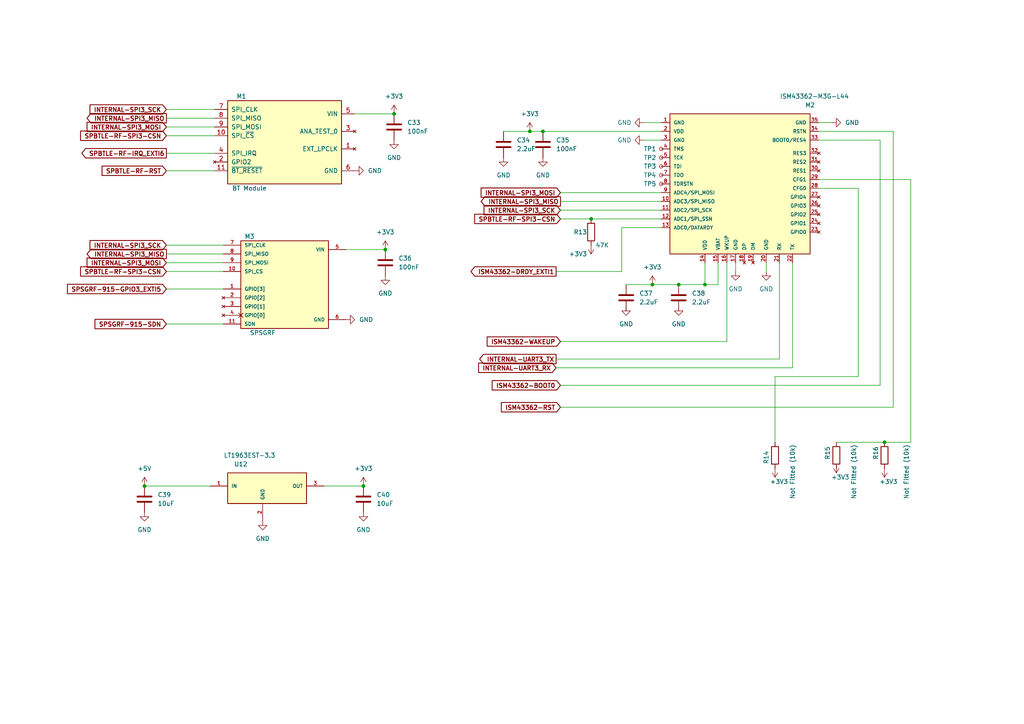
<source format=kicad_sch>
(kicad_sch (version 20211123) (generator eeschema)
  (paper "A4")
  (lib_symbols
    (symbol "+3V3_1" (power) (pin_names (offset 0))
      (property "Value" "+3V3_1" (at 0 5.08 0))
      (symbol "+3V3_1_0_1"
        (polyline (pts (xy -0.762 1.27) (xy 0 2.54)))
        (polyline (pts (xy 0 0) (xy 0 2.54)))
        (polyline (pts (xy 0 2.54) (xy 0.762 1.27)))
      )
      (symbol "+3V3_1_1_1"
        (pin power_in line (at 0 0 90) (length 0) hide (name "+3V3") (number "1"))
      )
    )
    (symbol "Connector:TestPoint_Small" (pin_numbers hide) (pin_names (offset 0.762) hide)
      (property "Reference" "TP" (at 0 3.81 0))
      (property "Value" "TestPoint_Small" (at 0 2.032 0))
      (symbol "TestPoint_Small_0_1"
        (circle (center 0 0) (radius 0.508))
      )
      (symbol "TestPoint_Small_1_1"
        (pin passive line (at 0 0 90) (length 0) (name "1") (number "1"))
      )
    )
    (symbol "Device:C" (pin_numbers hide) (pin_names (offset 0.254))
      (property "Reference" "C" (at 0.635 2.54 0))
      (property "Value" "C" (at 0.635 -2.54 0))
      (symbol "C_0_1"
        (polyline (pts (xy -2.032 -0.762) (xy 2.032 -0.762)) (stroke (width 0.508)))
        (polyline (pts (xy -2.032 0.762) (xy 2.032 0.762)) (stroke (width 0.508)))
      )
      (symbol "C_1_1"
        (pin passive line (at 0 3.81 270) (length 2.794) (name "~") (number "1"))
        (pin passive line (at 0 -3.81 90) (length 2.794) (name "~") (number "2"))
      )
    )
    (symbol "Device:R" (pin_numbers hide) (pin_names (offset 0))
      (property "Reference" "R" (at 2.032 0 90))
      (property "Value" "R" (at 0 0 90))
      (symbol "R_0_1"
        (rectangle (start -1.016 -2.54) (end 1.016 2.54) (stroke (width 0.254)))
      )
      (symbol "R_1_1"
        (pin passive line (at 0 3.81 270) (length 1.27) (name "~") (number "1"))
        (pin passive line (at 0 -3.81 90) (length 1.27) (name "~") (number "2"))
      )
    )
    (symbol "ISM43362-M3G-L44-E_C2.5.0.3_SPI:ISM43362-M3G-L44-E_C2.5.0.3_SPI" (pin_names (offset 1.016))
      (property "Reference" "U?" (at 0 30.48 0))
      (property "Value" "ISM43362-M3G-L44-E_C2.5.0.3_SPI" (at 0 27.94 0))
      (symbol "ISM43362-M3G-L44-E_C2.5.0.3_SPI_0_0"
        (rectangle (start -20.32 25.4) (end 20.32 -15.24) (stroke (width 0.254)) (fill (type background)))
        (pin power_in line (at -22.86 22.86 0) (length 2.54) (name "GND") (number "1"))
        (pin bidirectional line (at -22.86 0 0) (length 2.54) (name "ADC3/SPI_MISO") (number "10"))
        (pin bidirectional line (at -22.86 -2.54 0) (length 2.54) (name "ADC2/SPI_SCK") (number "11"))
        (pin bidirectional line (at -22.86 -5.08 0) (length 2.54) (name "ADC1/SPI_SSN") (number "12"))
        (pin bidirectional line (at -22.86 -7.62 0) (length 2.54) (name "ADC0/DATARDY") (number "13"))
        (pin power_in line (at -10.16 -17.78 90) (length 2.54) (name "VDD") (number "14"))
        (pin power_in line (at -6.35 -17.78 90) (length 2.54) (name "VBAT") (number "15"))
        (pin input line (at -3.81 -17.78 90) (length 2.54) (name "WKUP") (number "16"))
        (pin power_in line (at -1.27 -17.78 90) (length 2.54) (name "GND") (number "17"))
        (pin no_connect line (at 1.27 -17.78 90) (length 2.54) (name "DP") (number "18"))
        (pin no_connect line (at 3.81 -17.78 90) (length 2.54) (name "DM") (number "19"))
        (pin power_in line (at -22.86 20.32 0) (length 2.54) (name "VDD") (number "2"))
        (pin power_in line (at 7.62 -17.78 90) (length 2.54) (name "GND") (number "20"))
        (pin bidirectional line (at 11.43 -17.78 90) (length 2.54) (name "RX") (number "21"))
        (pin bidirectional line (at 15.24 -17.78 90) (length 2.54) (name "TX") (number "22"))
        (pin no_connect line (at 22.86 -8.89 180) (length 2.54) (name "GPIO0") (number "23"))
        (pin no_connect line (at 22.86 -6.35 180) (length 2.54) (name "GPIO1") (number "24"))
        (pin no_connect line (at 22.86 -3.81 180) (length 2.54) (name "GPIO2") (number "25"))
        (pin no_connect line (at 22.86 -1.27 180) (length 2.54) (name "GPIO3") (number "26"))
        (pin no_connect line (at 22.86 1.27 180) (length 2.54) (name "GPIO4") (number "27"))
        (pin input line (at 22.86 3.81 180) (length 2.54) (name "CFG0") (number "28"))
        (pin input line (at 22.86 6.35 180) (length 2.54) (name "CFG1") (number "29"))
        (pin power_in line (at -22.86 17.78 0) (length 2.54) (name "GND") (number "3"))
        (pin no_connect line (at 22.86 8.89 180) (length 2.54) (name "RES1") (number "30"))
        (pin no_connect line (at 22.86 11.43 180) (length 2.54) (name "RES2") (number "31"))
        (pin no_connect line (at 22.86 13.97 180) (length 2.54) (name "RES3") (number "32"))
        (pin bidirectional line (at 22.86 17.78 180) (length 2.54) (name "BOOT0/RES4") (number "33"))
        (pin input line (at 22.86 20.32 180) (length 2.54) (name "RSTN") (number "34"))
        (pin power_in line (at 22.86 22.86 180) (length 2.54) (name "GND") (number "35"))
        (pin bidirectional line (at -22.86 15.24 0) (length 2.54) (name "TMS") (number "4"))
        (pin input line (at -22.86 12.7 0) (length 2.54) (name "TCK") (number "5"))
        (pin input line (at -22.86 10.16 0) (length 2.54) (name "TDI") (number "6"))
        (pin output line (at -22.86 7.62 0) (length 2.54) (name "TDO") (number "7"))
        (pin bidirectional line (at -22.86 5.08 0) (length 2.54) (name "TDRSTN") (number "8"))
        (pin bidirectional line (at -22.86 2.54 0) (length 2.54) (name "ADC4/SPI_MOSI") (number "9"))
      )
    )
    (symbol "PDQ2-D48-D5-S:PDQ2-D48-D5-S" (pin_names (offset 1.016))
      (property "Reference" "U12" (at -8.89 6.35 0))
      (property "Value" "LT1963EST-3.3" (at -6.35 8.89 0))
      (symbol "PDQ2-D48-D5-S_0_0"
        (rectangle (start -12.7 3.81) (end 10.16 -5.08) (stroke (width 0.254)) (fill (type background)))
        (pin power_in line (at -17.78 0 0) (length 5.08) (name "IN") (number "1"))
        (pin passive line (at -2.54 -10.16 90) (length 5.08) (name "GND") (number "2"))
        (pin power_in line (at 15.24 0 180) (length 5.08) (name "OUT") (number "3"))
      )
    )
    (symbol "RF_Bluetooth:SPBTLE-RF" (pin_names (offset 1.016))
      (property "Reference" "M1" (at -13.97 10.16 0))
      (property "Value" "BT Module" (at -15.24 -16.51 0))
      (symbol "SPBTLE-RF_0_1"
        (rectangle (start -16.51 8.89) (end 16.51 -15.24) (stroke (width 0.254)) (fill (type background)))
      )
      (symbol "SPBTLE-RF_1_1"
        (pin no_connect line (at 20.32 -5.08 180) (length 3.81) (name "EXT_LPCLK") (number "1"))
        (pin input line (at -20.32 -1.27 0) (length 3.81) (name "SPI_~{CS}") (number "10"))
        (pin input line (at -20.32 -11.43 0) (length 3.81) (name "~{BT_RESET}") (number "11"))
        (pin no_connect line (at -20.32 -8.89 0) (length 3.81) (name "GPIO2") (number "2"))
        (pin no_connect line (at 20.32 0 180) (length 3.81) (name "ANA_TEST_0") (number "3"))
        (pin output line (at -20.32 -6.35 0) (length 3.81) (name "SPI_IRQ") (number "4"))
        (pin power_in line (at 20.32 5.08 180) (length 3.81) (name "VIN") (number "5"))
        (pin power_in line (at 20.32 -11.43 180) (length 3.81) (name "GND") (number "6"))
        (pin input line (at -20.32 6.35 0) (length 3.81) (name "SPI_CLK") (number "7"))
        (pin bidirectional line (at -20.32 3.81 0) (length 3.81) (name "SPI_MISO") (number "8"))
        (pin input line (at -20.32 1.27 0) (length 3.81) (name "SPI_MOSI") (number "9"))
      )
    )
    (symbol "SPSGRF-868:SPSGRF-868" (pin_names (offset 1.016))
      (property "Reference" "M3" (at -10.16 13.97 0))
      (property "Value" "SPSGRF" (at -6.35 -13.97 0))
      (symbol "SPSGRF-868_0_0"
        (rectangle (start -12.7 -12.7) (end 12.7 12.7) (stroke (width 0.254)) (fill (type background)))
        (pin bidirectional line (at -17.78 -1.27 0) (length 5.08) (name "GPIO[3]") (number "1"))
        (pin input line (at -17.78 3.81 0) (length 5.08) (name "SPI_CS") (number "10"))
        (pin input line (at -17.78 -11.43 0) (length 5.08) (name "SDN") (number "11"))
        (pin no_connect line (at -17.78 -3.81 0) (length 5.08) (name "GPIO[2]") (number "2"))
        (pin no_connect line (at -17.78 -6.35 0) (length 5.08) (name "GPIO[1]") (number "3"))
        (pin no_connect non_logic (at -17.78 -8.89 0) (length 5.08) (name "GPIO[0]") (number "4"))
        (pin power_in line (at 17.78 10.16 180) (length 5.08) (name "VIN") (number "5"))
        (pin power_in line (at 17.78 -10.16 180) (length 5.08) (name "GND") (number "6"))
        (pin input line (at -17.78 11.43 0) (length 5.08) (name "SPI_CLK") (number "7"))
        (pin bidirectional line (at -17.78 8.89 0) (length 5.08) (name "SPI_MISO") (number "8"))
        (pin input line (at -17.78 6.35 0) (length 5.08) (name "SPI_MOSI") (number "9"))
      )
    )
    (symbol "power:+3V3" (power) (pin_names (offset 0))
      (property "Value" "+3V3" (at 0 3.556 0))
      (symbol "+3V3_0_1"
        (polyline (pts (xy -0.762 1.27) (xy 0 2.54)))
        (polyline (pts (xy 0 0) (xy 0 2.54)))
        (polyline (pts (xy 0 2.54) (xy 0.762 1.27)))
      )
      (symbol "+3V3_1_1"
        (pin power_in line (at 0 0 90) (length 0) hide (name "+3V3") (number "1"))
      )
    )
    (symbol "power:+5V" (power) (pin_names (offset 0))
      (property "Value" "+5V" (at 0 3.556 0))
      (symbol "+5V_0_1"
        (polyline (pts (xy -0.762 1.27) (xy 0 2.54)))
        (polyline (pts (xy 0 0) (xy 0 2.54)))
        (polyline (pts (xy 0 2.54) (xy 0.762 1.27)))
      )
      (symbol "+5V_1_1"
        (pin power_in line (at 0 0 90) (length 0) hide (name "+5V") (number "1"))
      )
    )
    (symbol "power:GND" (power) (pin_names (offset 0))
      (property "Value" "GND" (at 0 -3.81 0))
      (symbol "GND_0_1"
        (polyline (pts (xy 0 0) (xy 0 -1.27) (xy 1.27 -1.27) (xy 0 -2.54) (xy -1.27 -1.27) (xy 0 -1.27)))
      )
      (symbol "GND_1_1"
        (pin power_in line (at 0 0 270) (length 0) hide (name "GND") (number "1"))
      )
    )
  )
  (junction (at 153.67 38.1))
  (junction (at 111.76 72.39))
  (junction (at 114.3 33.02))
  (junction (at 105.41 140.97))
  (junction (at 256.54 128.27))
  (junction (at 171.45 63.5))
  (junction (at 196.85 82.55))
  (junction (at 204.47 82.55))
  (junction (at 189.23 82.55))
  (junction (at 157.48 38.1))
  (junction (at 41.91 140.97))
  (wire (pts (xy 222.25 78.74) (xy 222.25 76.2)))
  (wire (pts (xy 229.87 106.68) (xy 161.29 106.68)))
  (wire (pts (xy 196.85 82.55) (xy 204.47 82.55)))
  (wire (pts (xy 242.57 135.89) (xy 242.57 134.62)))
  (wire (pts (xy 255.27 111.76) (xy 162.56 111.76)))
  (wire (pts (xy 157.48 38.1) (xy 191.77 38.1)))
  (wire (pts (xy 146.05 38.1) (xy 153.67 38.1)))
  (wire (pts (xy 248.92 54.61) (xy 248.92 109.22)))
  (wire (pts (xy 256.54 128.27) (xy 264.16 128.27)))
  (wire (pts (xy 162.56 58.42) (xy 191.77 58.42)))
  (wire (pts (xy 196.85 88.9) (xy 196.85 90.17)))
  (wire (pts (xy 41.91 140.97) (xy 60.96 140.97)))
  (wire (pts (xy 237.49 52.07) (xy 264.16 52.07)))
  (wire (pts (xy 204.47 82.55) (xy 208.28 82.55)))
  (wire (pts (xy 237.49 40.64) (xy 255.27 40.64)))
  (wire (pts (xy 48.26 39.37) (xy 62.23 39.37)))
  (wire (pts (xy 102.87 33.02) (xy 114.3 33.02)))
  (wire (pts (xy 180.34 66.04) (xy 180.34 78.74)))
  (wire (pts (xy 224.79 109.22) (xy 224.79 128.27)))
  (wire (pts (xy 264.16 52.07) (xy 264.16 128.27)))
  (wire (pts (xy 162.56 99.06) (xy 210.82 99.06)))
  (wire (pts (xy 162.56 63.5) (xy 171.45 63.5)))
  (wire (pts (xy 161.29 78.74) (xy 180.34 78.74)))
  (wire (pts (xy 242.57 128.27) (xy 256.54 128.27)))
  (wire (pts (xy 259.08 38.1) (xy 259.08 118.11)))
  (wire (pts (xy 48.26 44.45) (xy 62.23 44.45)))
  (wire (pts (xy 48.26 71.12) (xy 64.77 71.12)))
  (wire (pts (xy 208.28 76.2) (xy 208.28 82.55)))
  (wire (pts (xy 48.26 83.82) (xy 64.77 83.82)))
  (wire (pts (xy 186.69 35.56) (xy 191.77 35.56)))
  (wire (pts (xy 153.67 38.1) (xy 157.48 38.1)))
  (wire (pts (xy 181.61 82.55) (xy 189.23 82.55)))
  (wire (pts (xy 161.29 104.14) (xy 226.06 104.14)))
  (wire (pts (xy 48.26 49.53) (xy 62.23 49.53)))
  (wire (pts (xy 237.49 38.1) (xy 259.08 38.1)))
  (wire (pts (xy 48.26 34.29) (xy 62.23 34.29)))
  (wire (pts (xy 48.26 73.66) (xy 64.77 73.66)))
  (wire (pts (xy 48.26 36.83) (xy 62.23 36.83)))
  (wire (pts (xy 213.36 78.74) (xy 213.36 76.2)))
  (wire (pts (xy 100.33 72.39) (xy 111.76 72.39)))
  (wire (pts (xy 48.26 31.75) (xy 62.23 31.75)))
  (wire (pts (xy 48.26 76.2) (xy 64.77 76.2)))
  (wire (pts (xy 189.23 82.55) (xy 196.85 82.55)))
  (wire (pts (xy 162.56 55.88) (xy 191.77 55.88)))
  (wire (pts (xy 204.47 76.2) (xy 204.47 82.55)))
  (wire (pts (xy 210.82 76.2) (xy 210.82 99.06)))
  (wire (pts (xy 48.26 78.74) (xy 64.77 78.74)))
  (wire (pts (xy 255.27 40.64) (xy 255.27 111.76)))
  (wire (pts (xy 162.56 118.11) (xy 259.08 118.11)))
  (wire (pts (xy 226.06 76.2) (xy 226.06 104.14)))
  (wire (pts (xy 181.61 88.9) (xy 181.61 90.17)))
  (wire (pts (xy 241.3 35.56) (xy 237.49 35.56)))
  (wire (pts (xy 93.98 140.97) (xy 105.41 140.97)))
  (wire (pts (xy 180.34 66.04) (xy 191.77 66.04)))
  (wire (pts (xy 237.49 54.61) (xy 248.92 54.61)))
  (wire (pts (xy 162.56 60.96) (xy 191.77 60.96)))
  (wire (pts (xy 248.92 109.22) (xy 224.79 109.22)))
  (wire (pts (xy 171.45 63.5) (xy 191.77 63.5)))
  (wire (pts (xy 48.26 93.98) (xy 64.77 93.98)))
  (wire (pts (xy 229.87 76.2) (xy 229.87 106.68)))
  (wire (pts (xy 186.69 40.64) (xy 191.77 40.64)))
  (global_label "ISM43362-WAKEUP" (shape input) (at 162.56 99.06 180) (effects (font (thickness 0.254) bold)) (property "Intersheet References" "${INTERSHEET_REFS}" (effects hide)))
  (global_label "INTERNAL-SPI3_SCK" (shape input) (at 48.26 71.12 180) (effects (font (thickness 0.254) bold)) (property "Intersheet References" "${INTERSHEET_REFS}" (effects hide)))
  (global_label "INTERNAL-SPI3_MISO" (shape output) (at 48.26 73.66 180) (effects (font bold)) (property "Intersheet References" "${INTERSHEET_REFS}" (effects hide)))
  (global_label "INTERNAL-SPI3_MOSI" (shape input) (at 162.56 55.88 180) (effects (font (thickness 0.254) bold)) (property "Intersheet References" "${INTERSHEET_REFS}" (effects hide)))
  (global_label "INTERNAL-SPI3_MOSI" (shape input) (at 48.26 36.83 180) (effects (font (thickness 0.254) bold)) (property "Intersheet References" "${INTERSHEET_REFS}" (effects hide)))
  (global_label "SPSGRF-915-SDN" (shape input) (at 48.26 93.98 180) (effects (font (thickness 0.254) bold)) (property "Intersheet References" "${INTERSHEET_REFS}" (effects hide)))
  (global_label "SPBTLE-RF-SPI3-CSN" (shape input) (at 162.56 63.5 180) (effects (font (thickness 0.254) bold)) (property "Intersheet References" "${INTERSHEET_REFS}" (effects hide)))
  (global_label "SPBTLE-RF-RST" (shape input) (at 48.26 49.53 180) (effects (font (thickness 0.254) bold)) (property "Intersheet References" "${INTERSHEET_REFS}" (effects hide)))
  (global_label "INTERNAL-SPI3_SCK" (shape input) (at 48.26 31.75 180) (effects (font (thickness 0.254) bold)) (property "Intersheet References" "${INTERSHEET_REFS}" (effects hide)))
  (global_label "SPBTLE-RF-SPI3-CSN" (shape input) (at 48.26 78.74 180) (effects (font (thickness 0.254) bold)) (property "Intersheet References" "${INTERSHEET_REFS}" (effects hide)))
  (global_label "ISM43362-RST" (shape input) (at 162.56 118.11 180) (effects (font (thickness 0.254) bold)) (property "Intersheet References" "${INTERSHEET_REFS}" (effects hide)))
  (global_label "INTERNAL-SPI3_MISO" (shape output) (at 48.26 34.29 180) (effects (font (thickness 0.254) bold)) (property "Intersheet References" "${INTERSHEET_REFS}" (effects hide)))
  (global_label "INTERNAL-SPI3_MISO" (shape output) (at 162.56 58.42 180) (effects (font (thickness 0.254) bold)) (property "Intersheet References" "${INTERSHEET_REFS}" (effects hide)))
  (global_label "INTERNAL-SPI3_MOSI" (shape input) (at 48.26 76.2 180) (effects (font (thickness 0.254) bold)) (property "Intersheet References" "${INTERSHEET_REFS}" (effects hide)))
  (global_label "INTERNAL-UART3_RX" (shape input) (at 161.29 106.68 180) (effects (font (thickness 0.254) bold)) (property "Intersheet References" "${INTERSHEET_REFS}" (effects hide)))
  (global_label "SPSGRF-915-GPIO3_EXTI5" (shape input) (at 48.26 83.82 180) (effects (font (thickness 0.254) bold)) (property "Intersheet References" "${INTERSHEET_REFS}" (effects hide)))
  (global_label "INTERNAL-SPI3_SCK" (shape input) (at 162.56 60.96 180) (effects (font (thickness 0.254) bold)) (property "Intersheet References" "${INTERSHEET_REFS}" (effects hide)))
  (global_label "ISM43362-BOOT0" (shape input) (at 162.56 111.76 180) (effects (font (thickness 0.254) bold)) (property "Intersheet References" "${INTERSHEET_REFS}" (effects hide)))
  (global_label "SPBTLE-RF-SPI3-CSN" (shape input) (at 48.26 39.37 180) (effects (font (thickness 0.254) bold)) (property "Intersheet References" "${INTERSHEET_REFS}" (effects hide)))
  (global_label "INTERNAL-UART3_TX" (shape output) (at 161.29 104.14 180) (effects (font (thickness 0.254) bold)) (property "Intersheet References" "${INTERSHEET_REFS}" (effects hide)))
  (global_label "ISM43362-DRDY_EXTI1" (shape output) (at 161.29 78.74 180) (effects (font (thickness 0.254) bold)) (property "Intersheet References" "${INTERSHEET_REFS}" (effects hide)))
  (global_label "SPBTLE-RF-IRQ_EXTI6" (shape output) (at 48.26 44.45 180) (effects (font (thickness 0.254) bold)) (property "Intersheet References" "${INTERSHEET_REFS}" (effects hide)))
  (symbol (lib_id "Connector:TestPoint_Small") (at 191.77 48.26 0) (unit 1)
    (property "Reference" "TP3" (at 186.69 48.26 0) (effects (justify left)))
    (property "Value" "TestPoint_Small" (effects hide))
    (property "Footprint" "TestPoint:TestPoint_2Pads_Pitch2.54mm_Drill0.8mm" (effects hide))
  )
  (symbol (lib_id "Device:C") (at 181.61 86.36 0) (unit 1)
    (property "Reference" "C37" (at 185.42 85.0899 0) (effects (justify left)))
    (property "Value" "2.2uF" (at 185.42 87.6299 0) (effects (justify left)))
    (property "Footprint" "Capacitor_SMD:C_0603_1608Metric" (effects hide))
    (property "Datasheet" "https://www.snapeda.com/parts/C0603C222K4RACTU/KEMET/datasheet/" (effects hide))
  )
  (symbol (lib_id "power:+3V3") (at 171.45 71.12 0) (mirror x) (unit 1)
    (property "Reference" "#PWR074" (effects hide))
    (property "Value" "+3V3" (at 167.64 73.66 0))
  )
  (symbol (lib_id "Connector:TestPoint_Small") (at 191.77 50.8 0) (unit 1)
    (property "Reference" "TP4" (at 186.69 50.8 0) (effects (justify left)))
    (property "Value" "TestPoint_Small" (effects hide))
    (property "Footprint" "TestPoint:TestPoint_2Pads_Pitch2.54mm_Drill0.8mm" (effects hide))
  )
  (symbol (lib_id "power:GND") (at 100.33 92.71 90) (unit 1)
    (property "Reference" "#PWR082" (effects hide))
    (property "Value" "GND" (at 104.14 92.7099 90) (effects (justify right)))
  )
  (symbol (lib_id "Device:R") (at 171.45 67.31 0) (unit 1)
    (property "Reference" "R13" (at 166.37 67.31 0) (effects (justify left)))
    (property "Value" "47K" (at 172.72 71.12 0) (effects (justify left)))
    (property "Footprint" "Resistor_SMD:R_0402_1005Metric" (effects hide))
    (property "Datasheet" "https://www.snapeda.com/parts/ERA-2HEC7321P/Panasonic/datasheet/" (effects hide))
  )
  (symbol (lib_id "power:+3V3") (at 105.41 140.97 0) (unit 1)
    (property "Reference" "#PWR087" (effects hide))
    (property "Value" "+3V3" (at 105.41 135.89 0))
  )
  (symbol (lib_id "Device:C") (at 41.91 144.78 0) (unit 1)
    (property "Reference" "C39" (at 45.72 143.5099 0) (effects (justify left)))
    (property "Value" "10uF" (at 45.72 146.0499 0) (effects (justify left)))
    (property "Footprint" "Capacitor_SMD:C_0603_1608Metric" (effects hide))
    (property "Datasheet" "https://www.snapeda.com/parts/C0603C222K4RACTU/KEMET/datasheet/" (effects hide))
  )
  (symbol (lib_id "Device:C") (at 111.76 76.2 0) (unit 1)
    (property "Reference" "C36" (at 115.57 74.9299 0) (effects (justify left)))
    (property "Value" "100nF" (at 115.57 77.4699 0) (effects (justify left)))
    (property "Footprint" "Capacitor_SMD:C_0402_1005Metric" (effects hide))
    (property "Datasheet" "https://s3.amazonaws.com/snapeda/datasheet/C0402C222J3JACTU_KEMET.pdf" (effects hide))
  )
  (symbol (lib_id "power:GND") (at 146.05 45.72 0) (unit 1)
    (property "Reference" "#PWR071" (effects hide))
    (property "Value" "GND" (at 146.05 50.8 0))
  )
  (symbol (lib_id "Device:C") (at 146.05 41.91 0) (unit 1)
    (property "Reference" "C34" (at 149.86 40.6399 0) (effects (justify left)))
    (property "Value" "2.2uF" (at 149.86 43.1799 0) (effects (justify left)))
    (property "Footprint" "Capacitor_SMD:C_0603_1608Metric" (effects hide))
    (property "Datasheet" "https://www.snapeda.com/parts/C0603C222K4RACTU/KEMET/datasheet/" (effects hide))
  )
  (symbol (lib_name "+3V3_1") (lib_id "power:+3V3") (at 189.23 82.55 0) (unit 1)
    (property "Reference" "#PWR079" (effects hide))
    (property "Value" "3V3_WIFI" (at 189.23 77.47 0))
  )
  (symbol (lib_id "power:GND") (at 102.87 49.53 90) (unit 1)
    (property "Reference" "#PWR073" (effects hide))
    (property "Value" "GND" (at 106.68 49.5299 90) (effects (justify right)))
  )
  (symbol (lib_id "power:GND") (at 222.25 78.74 0) (unit 1)
    (property "Reference" "#PWR077" (effects hide))
    (property "Value" "GND" (at 222.25 83.82 0))
  )
  (symbol (lib_name "+3V3_1") (lib_id "power:+3V3") (at 153.67 38.1 0) (unit 1)
    (property "Reference" "#PWR068" (effects hide))
    (property "Value" "3V3_WIFI" (at 153.67 33.02 0))
  )
  (symbol (lib_id "power:GND") (at 76.2 151.13 0) (unit 1)
    (property "Reference" "#PWR090" (effects hide))
    (property "Value" "GND" (at 76.2 156.21 0))
  )
  (symbol (lib_id "power:GND") (at 111.76 80.01 0) (unit 1)
    (property "Reference" "#PWR078" (effects hide))
    (property "Value" "GND" (at 111.76 85.09 0))
  )
  (symbol (lib_id "PDQ2-D48-D5-S:PDQ2-D48-D5-S") (at 78.74 140.97 0) (unit 1)
    (property "Reference" "U12" (at 69.85 134.62 0))
    (property "Value" "LT1963EST-3.3" (at 72.39 132.08 0))
    (property "Footprint" "LT1963EST-3:SOT230P700X180-4N" (effects hide))
    (property "Datasheet" "https://www.snapeda.com/parts/LT1963EST-3.3/Analog%20Devices%20/%20Linear%20Technology/datasheet/" (effects hide))
    (property "MANUFACTURER" "CUI Inc" (effects hide))
    (property "PARTREV" "1.0" (effects hide))
    (property "STANDARD" "Manufacturer Recommendations" (effects hide))
  )
  (symbol (lib_id "Device:C") (at 196.85 86.36 0) (unit 1)
    (property "Reference" "C38" (at 200.66 85.0899 0) (effects (justify left)))
    (property "Value" "2.2uF" (at 200.66 87.6299 0) (effects (justify left)))
    (property "Footprint" "Capacitor_SMD:C_0402_1005Metric" (effects hide))
    (property "Datasheet" "https://s3.amazonaws.com/snapeda/datasheet/C0402C222J3JACTU_KEMET.pdf" (effects hide))
  )
  (symbol (lib_name "+3V3_1") (lib_id "power:+3V3") (at 242.57 134.62 0) (mirror x) (unit 1)
    (property "Reference" "#PWR083" (effects hide))
    (property "Value" "3V3_WIFI" (at 246.38 138.43 0) (effects (justify right)))
  )
  (symbol (lib_id "power:GND") (at 157.48 45.72 0) (unit 1)
    (property "Reference" "#PWR072" (effects hide))
    (property "Value" "GND" (at 157.48 50.8 0))
  )
  (symbol (lib_id "RF_Bluetooth:SPBTLE-RF") (at 82.55 38.1 0) (unit 1)
    (property "Reference" "M1" (at 68.58 27.94 0) (effects (justify left)))
    (property "Value" "BT Module" (at 67.31 54.61 0) (effects (justify left)))
    (property "Footprint" "RF_Module:ST_SPBTLE" (effects hide))
    (property "Datasheet" "http://www.st.com/resource/en/datasheet/spbtle-rf.pdf" (effects hide))
  )
  (symbol (lib_id "ISM43362-M3G-L44-E_C2.5.0.3_SPI:ISM43362-M3G-L44-E_C2.5.0.3_SPI") (at 214.63 58.42 0) (unit 1)
    (property "Reference" "M2" (at 234.95 30.48 0))
    (property "Value" "ISM43362-M3G-L44" (at 236.22 27.94 0))
    (property "Footprint" "ISM43362-M3G-L44:INVENTEK_ISM43362-M3G-L44-E_C2.5.0.3_SPI" (effects hide))
    (property "Datasheet" "https://www.snapeda.com/parts/ISM43362-M3G-L44-E%20C2.5.0.3%20SPI/Inventek%20Systems/datasheet/" (effects hide))
    (property "MANUFACTURER" "INVENTEK SYSTEMS" (effects hide))
  )
  (symbol (lib_id "power:GND") (at 181.61 88.9 0) (unit 1)
    (property "Reference" "#PWR080" (effects hide))
    (property "Value" "GND" (at 181.61 93.98 0))
  )
  (symbol (lib_id "power:+3V3") (at 114.3 33.02 0) (unit 1)
    (property "Reference" "#PWR065" (effects hide))
    (property "Value" "+3V3" (at 114.3 27.94 0))
  )
  (symbol (lib_id "power:+3V3") (at 111.76 72.39 0) (unit 1)
    (property "Reference" "#PWR075" (effects hide))
    (property "Value" "+3V3" (at 111.76 67.31 0))
  )
  (symbol (lib_name "+3V3_1") (lib_id "power:+3V3") (at 224.79 135.89 0) (mirror x) (unit 1)
    (property "Reference" "#PWR084" (effects hide))
    (property "Value" "3V3_WIFI" (at 228.6 139.7 0) (effects (justify right)))
  )
  (symbol (lib_id "Device:R") (at 242.57 132.08 0) (unit 1)
    (property "Reference" "R15" (at 240.03 133.35 90) (effects (justify left)))
    (property "Value" "Not Fitted (10k)" (at 247.65 144.78 90) (effects (justify left)))
    (property "Footprint" "Resistor_SMD:R_0402_1005Metric" (effects hide))
    (property "Datasheet" "https://www.snapeda.com/parts/ERA-2HEC7321P/Panasonic/datasheet/" (effects hide))
  )
  (symbol (lib_id "power:GND") (at 186.69 40.64 270) (unit 1)
    (property "Reference" "#PWR070" (effects hide))
    (property "Value" "GND" (at 179.07 40.64 90) (effects (justify left)))
  )
  (symbol (lib_id "power:GND") (at 114.3 40.64 0) (unit 1)
    (property "Reference" "#PWR069" (effects hide))
    (property "Value" "GND" (at 114.3 45.72 0))
  )
  (symbol (lib_id "Connector:TestPoint_Small") (at 191.77 43.18 0) (unit 1)
    (property "Reference" "TP1" (at 186.69 43.18 0) (effects (justify left)))
    (property "Value" "TestPoint_Small" (effects hide))
    (property "Footprint" "TestPoint:TestPoint_2Pads_Pitch2.54mm_Drill0.8mm" (effects hide))
  )
  (symbol (lib_id "Connector:TestPoint_Small") (at 191.77 45.72 0) (unit 1)
    (property "Reference" "TP2" (at 186.69 45.72 0) (effects (justify left)))
    (property "Value" "TestPoint_Small" (effects hide))
    (property "Footprint" "TestPoint:TestPoint_2Pads_Pitch2.54mm_Drill0.8mm" (effects hide))
  )
  (symbol (lib_id "Device:C") (at 105.41 144.78 0) (unit 1)
    (property "Reference" "C40" (at 109.22 143.5099 0) (effects (justify left)))
    (property "Value" "10uF" (at 109.22 146.0499 0) (effects (justify left)))
    (property "Footprint" "Capacitor_SMD:C_0603_1608Metric" (effects hide))
    (property "Datasheet" "https://www.snapeda.com/parts/C0603C222K4RACTU/KEMET/datasheet/" (effects hide))
  )
  (symbol (lib_id "power:GND") (at 196.85 88.9 0) (unit 1)
    (property "Reference" "#PWR081" (effects hide))
    (property "Value" "GND" (at 196.85 93.98 0))
  )
  (symbol (lib_id "SPSGRF-868:SPSGRF-868") (at 82.55 82.55 0) (unit 1)
    (property "Reference" "M3" (at 72.39 68.58 0))
    (property "Value" "SPSGRF" (at 76.2 96.52 0))
    (property "Footprint" "SPSGRF-868:XCVR_SPSGRF-868" (effects hide))
    (property "Datasheet" "https://s3.amazonaws.com/snapeda/datasheet/SPSGRF-868_STMicroelectronics.pdf" (effects hide))
    (property "MANUFACTURER" "ST Microelectronics" (effects hide))
  )
  (symbol (lib_id "power:GND") (at 241.3 35.56 90) (unit 1)
    (property "Reference" "#PWR067" (effects hide))
    (property "Value" "GND" (at 245.11 35.5599 90) (effects (justify right)))
  )
  (symbol (lib_id "power:GND") (at 41.91 148.59 0) (unit 1)
    (property "Reference" "#PWR088" (effects hide))
    (property "Value" "GND" (at 41.91 153.67 0))
  )
  (symbol (lib_id "Device:R") (at 224.79 132.08 0) (unit 1)
    (property "Reference" "R14" (at 222.25 134.62 90) (effects (justify left)))
    (property "Value" "Not Fitted (10k)" (at 229.87 144.78 90) (effects (justify left)))
    (property "Footprint" "Resistor_SMD:R_0402_1005Metric" (effects hide))
    (property "Datasheet" "https://www.snapeda.com/parts/ERA-2HEC7321P/Panasonic/datasheet/" (effects hide))
  )
  (symbol (lib_id "power:GND") (at 213.36 78.74 0) (unit 1)
    (property "Reference" "#PWR076" (effects hide))
    (property "Value" "GND" (at 213.36 83.82 0))
  )
  (symbol (lib_id "Device:C") (at 157.48 41.91 0) (unit 1)
    (property "Reference" "C35" (at 161.29 40.6399 0) (effects (justify left)))
    (property "Value" "100nF" (at 161.29 43.1799 0) (effects (justify left)))
    (property "Footprint" "Capacitor_SMD:C_0402_1005Metric" (effects hide))
    (property "Datasheet" "https://s3.amazonaws.com/snapeda/datasheet/C0402C222J3JACTU_KEMET.pdf" (effects hide))
  )
  (symbol (lib_id "power:+5V") (at 41.91 140.97 0) (unit 1)
    (property "Reference" "#PWR086" (effects hide))
    (property "Value" "+5V" (at 41.91 135.89 0))
  )
  (symbol (lib_id "Device:R") (at 256.54 132.08 0) (unit 1)
    (property "Reference" "R16" (at 254 133.35 90) (effects (justify left)))
    (property "Value" "Not Fitted (10k)" (at 262.89 144.78 90) (effects (justify left)))
    (property "Footprint" "Resistor_SMD:R_0402_1005Metric" (effects hide))
    (property "Datasheet" "https://www.snapeda.com/parts/ERA-2HEC7321P/Panasonic/datasheet/" (effects hide))
  )
  (symbol (lib_id "power:GND") (at 186.69 35.56 270) (unit 1)
    (property "Reference" "#PWR066" (effects hide))
    (property "Value" "GND" (at 179.07 35.56 90) (effects (justify left)))
  )
  (symbol (lib_id "Device:C") (at 114.3 36.83 0) (unit 1)
    (property "Reference" "C33" (at 118.11 35.5599 0) (effects (justify left)))
    (property "Value" "100nF" (at 118.11 38.0999 0) (effects (justify left)))
    (property "Footprint" "Capacitor_SMD:C_0402_1005Metric" (effects hide))
    (property "Datasheet" "https://s3.amazonaws.com/snapeda/datasheet/C0402C222J3JACTU_KEMET.pdf" (effects hide))
  )
  (symbol (lib_id "power:GND") (at 105.41 148.59 0) (unit 1)
    (property "Reference" "#PWR089" (effects hide))
    (property "Value" "GND" (at 105.41 153.67 0))
  )
  (symbol (lib_id "Connector:TestPoint_Small") (at 191.77 53.34 0) (unit 1)
    (property "Reference" "TP5" (at 186.69 53.34 0) (effects (justify left)))
    (property "Value" "TestPoint_Small" (effects hide))
    (property "Footprint" "TestPoint:TestPoint_2Pads_Pitch2.54mm_Drill0.8mm" (effects hide))
  )
  (symbol (lib_name "+3V3_1") (lib_id "power:+3V3") (at 256.54 135.89 0) (mirror x) (unit 1)
    (property "Reference" "#PWR085" (effects hide))
    (property "Value" "3V3_WIFI" (at 260.35 139.7 0) (effects (justify right)))
  )
)
</source>
